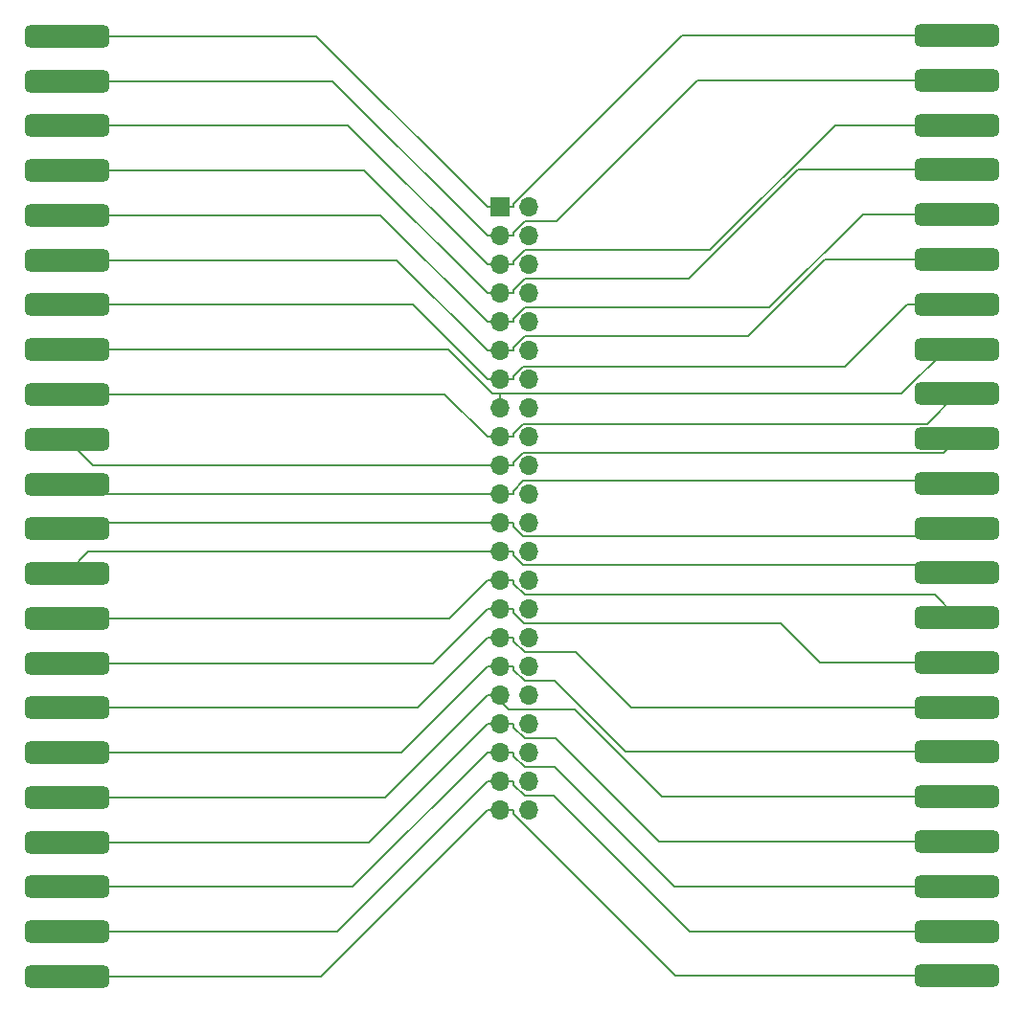
<source format=gbr>
G04 #@! TF.GenerationSoftware,KiCad,Pcbnew,8.0.6-8.0.6-0~ubuntu24.10.1*
G04 #@! TF.CreationDate,2024-10-17T08:48:07-07:00*
G04 #@! TF.ProjectId,kim1breakout,6b696d31-6272-4656-916b-6f75742e6b69,1.3*
G04 #@! TF.SameCoordinates,Original*
G04 #@! TF.FileFunction,Copper,L1,Top*
G04 #@! TF.FilePolarity,Positive*
%FSLAX46Y46*%
G04 Gerber Fmt 4.6, Leading zero omitted, Abs format (unit mm)*
G04 Created by KiCad (PCBNEW 8.0.6-8.0.6-0~ubuntu24.10.1) date 2024-10-17 08:48:07*
%MOMM*%
%LPD*%
G01*
G04 APERTURE LIST*
G04 Aperture macros list*
%AMRoundRect*
0 Rectangle with rounded corners*
0 $1 Rounding radius*
0 $2 $3 $4 $5 $6 $7 $8 $9 X,Y pos of 4 corners*
0 Add a 4 corners polygon primitive as box body*
4,1,4,$2,$3,$4,$5,$6,$7,$8,$9,$2,$3,0*
0 Add four circle primitives for the rounded corners*
1,1,$1+$1,$2,$3*
1,1,$1+$1,$4,$5*
1,1,$1+$1,$6,$7*
1,1,$1+$1,$8,$9*
0 Add four rect primitives between the rounded corners*
20,1,$1+$1,$2,$3,$4,$5,0*
20,1,$1+$1,$4,$5,$6,$7,0*
20,1,$1+$1,$6,$7,$8,$9,0*
20,1,$1+$1,$8,$9,$2,$3,0*%
G04 Aperture macros list end*
G04 #@! TA.AperFunction,SMDPad,CuDef*
%ADD10RoundRect,0.500000X-3.250000X-0.500000X3.250000X-0.500000X3.250000X0.500000X-3.250000X0.500000X0*%
G04 #@! TD*
G04 #@! TA.AperFunction,ComponentPad*
%ADD11R,1.700000X1.700000*%
G04 #@! TD*
G04 #@! TA.AperFunction,ComponentPad*
%ADD12O,1.700000X1.700000*%
G04 #@! TD*
G04 #@! TA.AperFunction,Conductor*
%ADD13C,0.200000*%
G04 #@! TD*
G04 APERTURE END LIST*
D10*
G04 #@! TO.P,J1,1,Pin_1*
G04 #@! TO.N,Net-(J1-Pin_1)*
X106100000Y-57420000D03*
G04 #@! TO.P,J1,2,Pin_2*
G04 #@! TO.N,Net-(J1-Pin_2)*
X106100000Y-61380000D03*
G04 #@! TO.P,J1,3,Pin_3*
G04 #@! TO.N,Net-(J1-Pin_3)*
X106100000Y-65340000D03*
G04 #@! TO.P,J1,4,Pin_4*
G04 #@! TO.N,Net-(J1-Pin_4)*
X106100000Y-69300000D03*
G04 #@! TO.P,J1,5,Pin_5*
G04 #@! TO.N,Net-(J1-Pin_5)*
X106100000Y-73260000D03*
G04 #@! TO.P,J1,6,Pin_6*
G04 #@! TO.N,Net-(J1-Pin_6)*
X106100000Y-77220000D03*
G04 #@! TO.P,J1,7,Pin_7*
G04 #@! TO.N,Net-(J1-Pin_7)*
X106100000Y-81180000D03*
G04 #@! TO.P,J1,8,Pin_8*
G04 #@! TO.N,Net-(J1-Pin_8)*
X106100000Y-85140000D03*
G04 #@! TO.P,J1,9,Pin_9*
G04 #@! TO.N,Net-(J1-Pin_9)*
X106100000Y-89100000D03*
G04 #@! TO.P,J1,10,Pin_10*
G04 #@! TO.N,Net-(J1-Pin_10)*
X106100000Y-93060000D03*
G04 #@! TO.P,J1,11,Pin_11*
G04 #@! TO.N,Net-(J1-Pin_11)*
X106100000Y-97020000D03*
G04 #@! TO.P,J1,12,Pin_12*
G04 #@! TO.N,Net-(J1-Pin_12)*
X106100000Y-100980000D03*
G04 #@! TO.P,J1,13,Pin_13*
G04 #@! TO.N,Net-(J1-Pin_13)*
X106100000Y-104940000D03*
G04 #@! TO.P,J1,14,Pin_14*
G04 #@! TO.N,Net-(J1-Pin_14)*
X106100000Y-108900000D03*
G04 #@! TO.P,J1,15,Pin_15*
G04 #@! TO.N,Net-(J1-Pin_15)*
X106100000Y-112860000D03*
G04 #@! TO.P,J1,16,Pin_16*
G04 #@! TO.N,Net-(J1-Pin_16)*
X106100000Y-116820000D03*
G04 #@! TO.P,J1,17,Pin_17*
G04 #@! TO.N,Net-(J1-Pin_17)*
X106100000Y-120780000D03*
G04 #@! TO.P,J1,18,Pin_18*
G04 #@! TO.N,Net-(J1-Pin_18)*
X106100000Y-124740000D03*
G04 #@! TO.P,J1,19,Pin_19*
G04 #@! TO.N,Net-(J1-Pin_19)*
X106100000Y-128700000D03*
G04 #@! TO.P,J1,20,Pin_20*
G04 #@! TO.N,Net-(J1-Pin_20)*
X106100000Y-132660000D03*
G04 #@! TO.P,J1,21,Pin_21*
G04 #@! TO.N,Net-(J1-Pin_21)*
X106100000Y-136620000D03*
G04 #@! TO.P,J1,22,Pin_22*
G04 #@! TO.N,Net-(J1-Pin_22)*
X106100000Y-140580000D03*
G04 #@! TD*
G04 #@! TO.P,J2,1,Pin_1*
G04 #@! TO.N,Net-(J1-Pin_1)*
X184800000Y-57360000D03*
G04 #@! TO.P,J2,2,Pin_2*
G04 #@! TO.N,Net-(J1-Pin_2)*
X184800000Y-61320000D03*
G04 #@! TO.P,J2,3,Pin_3*
G04 #@! TO.N,Net-(J1-Pin_3)*
X184800000Y-65280000D03*
G04 #@! TO.P,J2,4,Pin_4*
G04 #@! TO.N,Net-(J1-Pin_4)*
X184800000Y-69240000D03*
G04 #@! TO.P,J2,5,Pin_5*
G04 #@! TO.N,Net-(J1-Pin_5)*
X184800000Y-73200000D03*
G04 #@! TO.P,J2,6,Pin_6*
G04 #@! TO.N,Net-(J1-Pin_6)*
X184800000Y-77160000D03*
G04 #@! TO.P,J2,7,Pin_7*
G04 #@! TO.N,Net-(J1-Pin_7)*
X184800000Y-81120000D03*
G04 #@! TO.P,J2,8,Pin_8*
G04 #@! TO.N,Net-(J1-Pin_8)*
X184800000Y-85080000D03*
G04 #@! TO.P,J2,9,Pin_9*
G04 #@! TO.N,Net-(J1-Pin_9)*
X184800000Y-89040000D03*
G04 #@! TO.P,J2,10,Pin_10*
G04 #@! TO.N,Net-(J1-Pin_10)*
X184800000Y-93000000D03*
G04 #@! TO.P,J2,11,Pin_11*
G04 #@! TO.N,Net-(J1-Pin_11)*
X184800000Y-96960000D03*
G04 #@! TO.P,J2,12,Pin_12*
G04 #@! TO.N,Net-(J1-Pin_12)*
X184800000Y-100920000D03*
G04 #@! TO.P,J2,13,Pin_13*
G04 #@! TO.N,Net-(J1-Pin_13)*
X184800000Y-104880000D03*
G04 #@! TO.P,J2,14,Pin_14*
G04 #@! TO.N,Net-(J1-Pin_14)*
X184800000Y-108840000D03*
G04 #@! TO.P,J2,15,Pin_15*
G04 #@! TO.N,Net-(J1-Pin_15)*
X184800000Y-112800000D03*
G04 #@! TO.P,J2,16,Pin_16*
G04 #@! TO.N,Net-(J1-Pin_16)*
X184800000Y-116760000D03*
G04 #@! TO.P,J2,17,Pin_17*
G04 #@! TO.N,Net-(J1-Pin_17)*
X184800000Y-120720000D03*
G04 #@! TO.P,J2,18,Pin_18*
G04 #@! TO.N,Net-(J1-Pin_18)*
X184800000Y-124680000D03*
G04 #@! TO.P,J2,19,Pin_19*
G04 #@! TO.N,Net-(J1-Pin_19)*
X184800000Y-128640000D03*
G04 #@! TO.P,J2,20,Pin_20*
G04 #@! TO.N,Net-(J1-Pin_20)*
X184800000Y-132600000D03*
G04 #@! TO.P,J2,21,Pin_21*
G04 #@! TO.N,Net-(J1-Pin_21)*
X184800000Y-136560000D03*
G04 #@! TO.P,J2,22,Pin_22*
G04 #@! TO.N,Net-(J1-Pin_22)*
X184800000Y-140520000D03*
G04 #@! TD*
D11*
G04 #@! TO.P,J3,1,Pin_1*
G04 #@! TO.N,Net-(J1-Pin_1)*
X144400000Y-72540000D03*
D12*
G04 #@! TO.P,J3,2,Pin_2*
G04 #@! TO.N,Net-(J1-Pin_2)*
X144400000Y-75080000D03*
G04 #@! TO.P,J3,3,Pin_3*
G04 #@! TO.N,Net-(J1-Pin_3)*
X144400000Y-77620000D03*
G04 #@! TO.P,J3,4,Pin_4*
G04 #@! TO.N,Net-(J1-Pin_4)*
X144400000Y-80160000D03*
G04 #@! TO.P,J3,5,Pin_5*
G04 #@! TO.N,Net-(J1-Pin_5)*
X144400000Y-82700000D03*
G04 #@! TO.P,J3,6,Pin_6*
G04 #@! TO.N,Net-(J1-Pin_6)*
X144400000Y-85240000D03*
G04 #@! TO.P,J3,7,Pin_7*
G04 #@! TO.N,Net-(J1-Pin_7)*
X144400000Y-87780000D03*
G04 #@! TO.P,J3,8,Pin_8*
G04 #@! TO.N,Net-(J1-Pin_8)*
X144400000Y-90320000D03*
G04 #@! TO.P,J3,9,Pin_9*
G04 #@! TO.N,Net-(J1-Pin_9)*
X144400000Y-92860000D03*
G04 #@! TO.P,J3,10,Pin_10*
G04 #@! TO.N,Net-(J1-Pin_10)*
X144400000Y-95400000D03*
G04 #@! TO.P,J3,11,Pin_11*
G04 #@! TO.N,Net-(J1-Pin_11)*
X144400000Y-97940000D03*
G04 #@! TO.P,J3,12,Pin_12*
G04 #@! TO.N,Net-(J1-Pin_12)*
X144400000Y-100480000D03*
G04 #@! TO.P,J3,13,Pin_13*
G04 #@! TO.N,Net-(J1-Pin_13)*
X144400000Y-103020000D03*
G04 #@! TO.P,J3,14,Pin_14*
G04 #@! TO.N,Net-(J1-Pin_14)*
X144400000Y-105560000D03*
G04 #@! TO.P,J3,15,Pin_15*
G04 #@! TO.N,Net-(J1-Pin_15)*
X144400000Y-108100000D03*
G04 #@! TO.P,J3,16,Pin_16*
G04 #@! TO.N,Net-(J1-Pin_16)*
X144400000Y-110640000D03*
G04 #@! TO.P,J3,17,Pin_17*
G04 #@! TO.N,Net-(J1-Pin_17)*
X144400000Y-113180000D03*
G04 #@! TO.P,J3,18,Pin_18*
G04 #@! TO.N,Net-(J1-Pin_18)*
X144400000Y-115720000D03*
G04 #@! TO.P,J3,19,Pin_19*
G04 #@! TO.N,Net-(J1-Pin_19)*
X144400000Y-118260000D03*
G04 #@! TO.P,J3,20,Pin_20*
G04 #@! TO.N,Net-(J1-Pin_20)*
X144400000Y-120800000D03*
G04 #@! TO.P,J3,21,Pin_21*
G04 #@! TO.N,Net-(J1-Pin_21)*
X144400000Y-123340000D03*
G04 #@! TO.P,J3,22,Pin_22*
G04 #@! TO.N,Net-(J1-Pin_22)*
X144400000Y-125880000D03*
G04 #@! TO.P,J3,A,Pin_A*
G04 #@! TO.N,Net-(J1-Pin_A)*
X146940000Y-72540000D03*
G04 #@! TO.P,J3,B,Pin_B*
G04 #@! TO.N,Net-(J1-Pin_B)*
X146940000Y-75080000D03*
G04 #@! TO.P,J3,C,Pin_C*
G04 #@! TO.N,Net-(J1-Pin_C)*
X146940000Y-77620000D03*
G04 #@! TO.P,J3,D,Pin_D*
G04 #@! TO.N,Net-(J1-Pin_D)*
X146940000Y-80160000D03*
G04 #@! TO.P,J3,E,Pin_E*
G04 #@! TO.N,Net-(J1-Pin_E)*
X146940000Y-82700000D03*
G04 #@! TO.P,J3,F,Pin_F*
G04 #@! TO.N,Net-(J1-Pin_F)*
X146940000Y-85240000D03*
G04 #@! TO.P,J3,H,Pin_H*
G04 #@! TO.N,Net-(J1-Pin_H)*
X146940000Y-87780000D03*
G04 #@! TO.P,J3,J,Pin_J*
G04 #@! TO.N,Net-(J1-Pin_J)*
X146940000Y-90320000D03*
G04 #@! TO.P,J3,K,Pin_K*
G04 #@! TO.N,Net-(J1-Pin_K)*
X146940000Y-92860000D03*
G04 #@! TO.P,J3,L,Pin_L*
G04 #@! TO.N,Net-(J1-Pin_L)*
X146940000Y-95400000D03*
G04 #@! TO.P,J3,M,Pin_M*
G04 #@! TO.N,Net-(J1-Pin_M)*
X146940000Y-97940000D03*
G04 #@! TO.P,J3,N,Pin_N*
G04 #@! TO.N,Net-(J1-Pin_N)*
X146940000Y-100480000D03*
G04 #@! TO.P,J3,P,Pin_P*
G04 #@! TO.N,Net-(J1-Pin_P)*
X146940000Y-103020000D03*
G04 #@! TO.P,J3,R,Pin_R*
G04 #@! TO.N,Net-(J1-Pin_R)*
X146940000Y-105560000D03*
G04 #@! TO.P,J3,S,Pin_S*
G04 #@! TO.N,Net-(J1-Pin_S)*
X146940000Y-108100000D03*
G04 #@! TO.P,J3,T,Pin_T*
G04 #@! TO.N,Net-(J1-Pin_T)*
X146940000Y-110640000D03*
G04 #@! TO.P,J3,U,Pin_U*
G04 #@! TO.N,Net-(J1-Pin_U)*
X146940000Y-113180000D03*
G04 #@! TO.P,J3,V,Pin_V*
G04 #@! TO.N,Net-(J1-Pin_V)*
X146940000Y-115720000D03*
G04 #@! TO.P,J3,W,Pin_W*
G04 #@! TO.N,Net-(J1-Pin_W)*
X146940000Y-118260000D03*
G04 #@! TO.P,J3,X,Pin_X*
G04 #@! TO.N,Net-(J1-Pin_X)*
X146940000Y-120800000D03*
G04 #@! TO.P,J3,Y,Pin_Y*
G04 #@! TO.N,Net-(J1-Pin_Y)*
X146940000Y-123340000D03*
G04 #@! TO.P,J3,Z,Pin_Z*
G04 #@! TO.N,Net-(J1-Pin_Z)*
X146940000Y-125880000D03*
G04 #@! TD*
D13*
G04 #@! TO.N,Net-(J1-Pin_21)*
X144400000Y-123340000D02*
X143248300Y-123340000D01*
X144400000Y-123340000D02*
X145551700Y-123340000D01*
X143248300Y-123340000D02*
X129968300Y-136620000D01*
X146553200Y-124610000D02*
X145551700Y-123608500D01*
X145551700Y-123608500D02*
X145551700Y-123340000D01*
X129968300Y-136620000D02*
X106100000Y-136620000D01*
X161112200Y-136560000D02*
X149162200Y-124610000D01*
X184800000Y-136560000D02*
X161112200Y-136560000D01*
X149162200Y-124610000D02*
X146553200Y-124610000D01*
G04 #@! TO.N,Net-(J1-Pin_20)*
X144400000Y-120800000D02*
X145551700Y-120800000D01*
X149238600Y-122070000D02*
X146553200Y-122070000D01*
X184800000Y-132600000D02*
X159768600Y-132600000D01*
X146553200Y-122070000D02*
X145551700Y-121068500D01*
X144400000Y-120800000D02*
X143248300Y-120800000D01*
X131388300Y-132660000D02*
X106100000Y-132660000D01*
X159768600Y-132600000D02*
X149238600Y-122070000D01*
X145551700Y-121068500D02*
X145551700Y-120800000D01*
X143248300Y-120800000D02*
X131388300Y-132660000D01*
G04 #@! TO.N,Net-(J1-Pin_6)*
X146553200Y-83970000D02*
X145551700Y-84971500D01*
X145551700Y-84971500D02*
X145551700Y-85240000D01*
X166314000Y-83970000D02*
X146553200Y-83970000D01*
X184800000Y-77160000D02*
X173124000Y-77160000D01*
X143248300Y-85240000D02*
X135228300Y-77220000D01*
X173124000Y-77160000D02*
X166314000Y-83970000D01*
X144400000Y-85240000D02*
X145551700Y-85240000D01*
X144400000Y-85240000D02*
X143248300Y-85240000D01*
X135228300Y-77220000D02*
X106100000Y-77220000D01*
G04 #@! TO.N,Net-(J1-Pin_13)*
X145551700Y-103308000D02*
X146415400Y-104171700D01*
X108020000Y-103020000D02*
X144400000Y-103020000D01*
X184091700Y-104171700D02*
X184800000Y-104880000D01*
X106100000Y-104940000D02*
X108020000Y-103020000D01*
X145551700Y-103020000D02*
X145551700Y-103308000D01*
X146415400Y-104171700D02*
X184091700Y-104171700D01*
X144400000Y-103020000D02*
X145551700Y-103020000D01*
G04 #@! TO.N,Net-(J1-Pin_9)*
X139488300Y-89100000D02*
X143248300Y-92860000D01*
X145551700Y-92572100D02*
X146427400Y-91696400D01*
X106100000Y-89100000D02*
X139488300Y-89100000D01*
X146427400Y-91696400D02*
X182143600Y-91696400D01*
X182143600Y-91696400D02*
X184800000Y-89040000D01*
X143824200Y-92860000D02*
X143248300Y-92860000D01*
X143824200Y-92860000D02*
X144400000Y-92860000D01*
X144400000Y-92860000D02*
X145551700Y-92860000D01*
X145551700Y-92860000D02*
X145551700Y-92572100D01*
G04 #@! TO.N,Net-(J1-Pin_11)*
X144400000Y-97940000D02*
X145551700Y-97940000D01*
X145551700Y-97652100D02*
X146461300Y-96742500D01*
X146461300Y-96742500D02*
X184582500Y-96742500D01*
X145551700Y-97940000D02*
X145551700Y-97652100D01*
X106100000Y-97020000D02*
X107020000Y-97940000D01*
X184582500Y-96742500D02*
X184800000Y-96960000D01*
X107020000Y-97940000D02*
X144400000Y-97940000D01*
G04 #@! TO.N,Net-(J1-Pin_8)*
X106100000Y-85140000D02*
X139795900Y-85140000D01*
X143705900Y-89050000D02*
X144400000Y-89050000D01*
X179903500Y-89050000D02*
X183873500Y-85080000D01*
X144400000Y-89050000D02*
X179903500Y-89050000D01*
X144400000Y-89168300D02*
X144400000Y-89050000D01*
X139795900Y-85140000D02*
X143705900Y-89050000D01*
X144400000Y-90320000D02*
X144400000Y-89168300D01*
X183873500Y-85080000D02*
X184800000Y-85080000D01*
G04 #@! TO.N,Net-(J1-Pin_5)*
X144400000Y-82700000D02*
X143248300Y-82700000D01*
X145551700Y-82431500D02*
X145551700Y-82700000D01*
X176447500Y-73200000D02*
X168219000Y-81428500D01*
X133808300Y-73260000D02*
X143248300Y-82700000D01*
X144975900Y-82700000D02*
X145551700Y-82700000D01*
X106100000Y-73260000D02*
X133808300Y-73260000D01*
X146554700Y-81428500D02*
X145551700Y-82431500D01*
X144975900Y-82700000D02*
X144400000Y-82700000D01*
X168219000Y-81428500D02*
X146554700Y-81428500D01*
X184800000Y-73200000D02*
X176447500Y-73200000D01*
G04 #@! TO.N,Net-(J1-Pin_17)*
X149249900Y-114450000D02*
X146553200Y-114450000D01*
X155519900Y-120720000D02*
X149249900Y-114450000D01*
X146553200Y-114450000D02*
X145551700Y-113448500D01*
X135648300Y-120780000D02*
X106100000Y-120780000D01*
X145551700Y-113448500D02*
X145551700Y-113180000D01*
X143248300Y-113180000D02*
X135648300Y-120780000D01*
X144400000Y-113180000D02*
X143248300Y-113180000D01*
X184800000Y-120720000D02*
X155519900Y-120720000D01*
X144400000Y-113180000D02*
X145551700Y-113180000D01*
G04 #@! TO.N,Net-(J1-Pin_16)*
X151117200Y-111910000D02*
X146553200Y-111910000D01*
X145551700Y-110908500D02*
X145551700Y-110640000D01*
X144400000Y-110640000D02*
X143248300Y-110640000D01*
X155967200Y-116760000D02*
X151117200Y-111910000D01*
X146553200Y-111910000D02*
X145551700Y-110908500D01*
X137068300Y-116820000D02*
X106100000Y-116820000D01*
X184800000Y-116760000D02*
X155967200Y-116760000D01*
X143248300Y-110640000D02*
X137068300Y-116820000D01*
X144400000Y-110640000D02*
X145551700Y-110640000D01*
G04 #@! TO.N,Net-(J1-Pin_15)*
X143824200Y-108100000D02*
X143248300Y-108100000D01*
X172658200Y-112800000D02*
X169166200Y-109308000D01*
X184800000Y-112800000D02*
X172658200Y-112800000D01*
X144400000Y-108100000D02*
X145551700Y-108100000D01*
X143824200Y-108100000D02*
X144400000Y-108100000D01*
X145551700Y-108368500D02*
X145551700Y-108100000D01*
X143248300Y-108100000D02*
X138488300Y-112860000D01*
X146491200Y-109308000D02*
X145551700Y-108368500D01*
X138488300Y-112860000D02*
X106100000Y-112860000D01*
X169166200Y-109308000D02*
X146491200Y-109308000D01*
G04 #@! TO.N,Net-(J1-Pin_22)*
X184800000Y-140520000D02*
X159923200Y-140520000D01*
X144400000Y-125880000D02*
X143248300Y-125880000D01*
X128548300Y-140580000D02*
X106100000Y-140580000D01*
X143248300Y-125880000D02*
X128548300Y-140580000D01*
X145551700Y-126148500D02*
X145551700Y-125880000D01*
X144400000Y-125880000D02*
X145551700Y-125880000D01*
X159923200Y-140520000D02*
X145551700Y-126148500D01*
G04 #@! TO.N,Net-(J1-Pin_18)*
X150994200Y-116962500D02*
X158711700Y-124680000D01*
X143824200Y-115720000D02*
X143248300Y-115720000D01*
X144400000Y-115720000D02*
X143870100Y-115720000D01*
X143870100Y-115720000D02*
X145112600Y-116962500D01*
X145112600Y-116962500D02*
X150994200Y-116962500D01*
X143824200Y-115720000D02*
X143870100Y-115720000D01*
X158711700Y-124680000D02*
X184800000Y-124680000D01*
X143248300Y-115720000D02*
X134228300Y-124740000D01*
X134228300Y-124740000D02*
X106100000Y-124740000D01*
G04 #@! TO.N,Net-(J1-Pin_14)*
X144400000Y-105560000D02*
X145551700Y-105560000D01*
X145551700Y-105828500D02*
X145551700Y-105560000D01*
X184800000Y-108840000D02*
X182790000Y-106830000D01*
X139908300Y-108900000D02*
X106100000Y-108900000D01*
X182790000Y-106830000D02*
X146553200Y-106830000D01*
X143248300Y-105560000D02*
X139908300Y-108900000D01*
X144400000Y-105560000D02*
X143248300Y-105560000D01*
X146553200Y-106830000D02*
X145551700Y-105828500D01*
G04 #@! TO.N,Net-(J1-Pin_10)*
X146415400Y-94248300D02*
X183551700Y-94248300D01*
X183551700Y-94248300D02*
X184800000Y-93000000D01*
X108440000Y-95400000D02*
X144400000Y-95400000D01*
X106100000Y-93060000D02*
X108440000Y-95400000D01*
X145551700Y-95400000D02*
X145551700Y-95112000D01*
X144400000Y-95400000D02*
X145551700Y-95400000D01*
X145551700Y-95112000D02*
X146415400Y-94248300D01*
G04 #@! TO.N,Net-(J1-Pin_19)*
X145551700Y-118260000D02*
X145551700Y-118528500D01*
X144400000Y-118260000D02*
X145551700Y-118260000D01*
X149323700Y-119530000D02*
X158433700Y-128640000D01*
X158433700Y-128640000D02*
X184800000Y-128640000D01*
X144400000Y-118260000D02*
X143248300Y-118260000D01*
X145551700Y-118528500D02*
X146553200Y-119530000D01*
X143248300Y-118260000D02*
X132808300Y-128700000D01*
X132808300Y-128700000D02*
X106100000Y-128700000D01*
X146553200Y-119530000D02*
X149323700Y-119530000D01*
G04 #@! TO.N,Net-(J1-Pin_12)*
X144400000Y-100480000D02*
X145551700Y-100480000D01*
X106100000Y-100980000D02*
X106600000Y-100480000D01*
X106600000Y-100480000D02*
X144400000Y-100480000D01*
X146430000Y-101646200D02*
X184073800Y-101646200D01*
X145551700Y-100767900D02*
X146430000Y-101646200D01*
X184073800Y-101646200D02*
X184800000Y-100920000D01*
X145551700Y-100480000D02*
X145551700Y-100767900D01*
G04 #@! TO.N,Net-(J1-Pin_4)*
X184800000Y-69240000D02*
X170681300Y-69240000D01*
X144400000Y-80160000D02*
X145551700Y-80160000D01*
X145551700Y-79891500D02*
X145551700Y-80160000D01*
X143248300Y-80160000D02*
X132388300Y-69300000D01*
X144400000Y-80160000D02*
X143248300Y-80160000D01*
X132388300Y-69300000D02*
X106100000Y-69300000D01*
X161031300Y-78890000D02*
X146553200Y-78890000D01*
X170681300Y-69240000D02*
X161031300Y-78890000D01*
X146553200Y-78890000D02*
X145551700Y-79891500D01*
G04 #@! TO.N,Net-(J1-Pin_2)*
X184800000Y-61320000D02*
X161857700Y-61320000D01*
X161857700Y-61320000D02*
X149367700Y-73810000D01*
X129548300Y-61380000D02*
X106100000Y-61380000D01*
X149367700Y-73810000D02*
X146553200Y-73810000D01*
X144400000Y-75080000D02*
X143248300Y-75080000D01*
X145551700Y-74811500D02*
X145551700Y-75080000D01*
X143248300Y-75080000D02*
X129548300Y-61380000D01*
X146553200Y-73810000D02*
X145551700Y-74811500D01*
X144400000Y-75080000D02*
X145551700Y-75080000D01*
G04 #@! TO.N,Net-(J1-Pin_3)*
X174002700Y-65280000D02*
X162935700Y-76347000D01*
X130968300Y-65340000D02*
X106100000Y-65340000D01*
X145551700Y-77351500D02*
X145551700Y-77620000D01*
X146556200Y-76347000D02*
X145551700Y-77351500D01*
X162935700Y-76347000D02*
X146556200Y-76347000D01*
X144400000Y-77620000D02*
X143248300Y-77620000D01*
X184800000Y-65280000D02*
X174002700Y-65280000D01*
X144400000Y-77620000D02*
X145551700Y-77620000D01*
X143248300Y-77620000D02*
X130968300Y-65340000D01*
G04 #@! TO.N,Net-(J1-Pin_7)*
X106100000Y-81180000D02*
X136648300Y-81180000D01*
X144400000Y-87780000D02*
X145551700Y-87780000D01*
X136648300Y-81180000D02*
X143248300Y-87780000D01*
X143824200Y-87780000D02*
X143248300Y-87780000D01*
X145551700Y-87492000D02*
X146415400Y-86628300D01*
X145551700Y-87780000D02*
X145551700Y-87492000D01*
X180414200Y-81120000D02*
X184800000Y-81120000D01*
X146415400Y-86628300D02*
X174905900Y-86628300D01*
X174905900Y-86628300D02*
X180414200Y-81120000D01*
X143824200Y-87780000D02*
X144400000Y-87780000D01*
G04 #@! TO.N,Net-(J1-Pin_1)*
X160443800Y-57360000D02*
X145551700Y-72252100D01*
X144400000Y-72540000D02*
X143248300Y-72540000D01*
X184800000Y-57360000D02*
X160443800Y-57360000D01*
X128128300Y-57420000D02*
X106100000Y-57420000D01*
X145551700Y-72252100D02*
X145551700Y-72540000D01*
X143248300Y-72540000D02*
X128128300Y-57420000D01*
X144400000Y-72540000D02*
X145551700Y-72540000D01*
G04 #@! TD*
M02*

</source>
